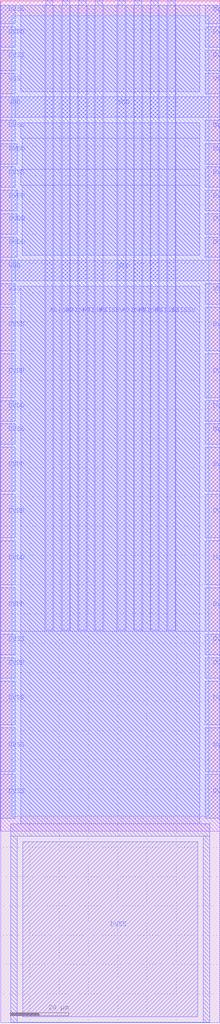
<source format=lef>
VERSION 5.7 ;
  NOWIREEXTENSIONATPIN ON ;
  DIVIDERCHAR "/" ;
  BUSBITCHARS "[]" ;
MACRO gf180mcu_ocd_io__asig_5p0
  CLASS PAD INOUT ;
  FOREIGN gf180mcu_ocd_io__asig_5p0 ;
  ORIGIN 0.000 0.000 ;
  SIZE 75.000 BY 350.000 ;
  SYMMETRY X Y R90 ;
  SITE GF_IO_Site ;
  PIN ASIG5V
    DIRECTION INOUT ;
    USE SIGNAL ;
    ANTENNADIFFAREA 1200.000000 ;
    PORT
      LAYER Metal2 ;
        RECT 15.340 134.370 17.880 350.000 ;
    END
    PORT
      LAYER Metal2 ;
        RECT 21.020 134.370 23.560 350.000 ;
    END
    PORT
      LAYER Metal2 ;
        RECT 26.700 134.370 29.240 350.000 ;
    END
    PORT
      LAYER Metal2 ;
        RECT 32.380 134.370 34.920 350.000 ;
    END
    PORT
      LAYER Metal2 ;
        RECT 40.080 134.370 42.620 350.000 ;
    END
    PORT
      LAYER Metal2 ;
        RECT 45.760 134.370 48.300 350.000 ;
    END
    PORT
      LAYER Metal2 ;
        RECT 51.440 134.370 53.980 350.000 ;
    END
    PORT
      LAYER Metal2 ;
        RECT 57.120 134.370 59.660 350.000 ;
    END
  END ASIG5V
  PIN DVDD
    DIRECTION INOUT ;
    USE POWER ;
    PORT
      LAYER Metal3 ;
        RECT 0.000 334.000 5.000 341.000 ;
    END
    PORT
      LAYER Metal3 ;
        RECT 0.000 294.000 5.570 301.000 ;
    END
    PORT
      LAYER Metal3 ;
        RECT 0.000 278.000 5.570 285.000 ;
    END
    PORT
      LAYER Metal3 ;
        RECT 0.000 270.000 5.570 277.000 ;
    END
    PORT
      LAYER Metal3 ;
        RECT 0.000 262.000 5.570 269.000 ;
    END
    PORT
      LAYER Metal3 ;
        RECT 0.000 214.000 5.000 229.000 ;
    END
    PORT
      LAYER Metal3 ;
        RECT 0.000 206.000 5.000 213.000 ;
    END
    PORT
      LAYER Metal3 ;
        RECT 0.000 182.000 5.000 197.000 ;
    END
    PORT
      LAYER Metal3 ;
        RECT 0.000 166.000 5.000 181.000 ;
    END
    PORT
      LAYER Metal3 ;
        RECT 0.000 150.000 5.000 165.000 ;
    END
    PORT
      LAYER Metal3 ;
        RECT 0.000 134.000 5.000 149.000 ;
    END
    PORT
      LAYER Metal3 ;
        RECT 0.000 118.000 5.000 125.000 ;
    END
    PORT
      LAYER Metal3 ;
        RECT 70.000 334.000 75.000 341.000 ;
    END
    PORT
      LAYER Metal3 ;
        RECT 70.000 294.000 75.000 301.000 ;
    END
    PORT
      LAYER Metal3 ;
        RECT 70.000 278.000 75.000 285.000 ;
    END
    PORT
      LAYER Metal3 ;
        RECT 70.000 270.000 75.000 277.000 ;
    END
    PORT
      LAYER Metal3 ;
        RECT 70.000 262.000 75.000 269.000 ;
    END
    PORT
      LAYER Metal3 ;
        RECT 70.000 214.000 75.000 229.000 ;
    END
    PORT
      LAYER Metal3 ;
        RECT 70.000 206.000 75.000 213.000 ;
    END
    PORT
      LAYER Metal3 ;
        RECT 70.000 182.000 75.000 197.000 ;
    END
    PORT
      LAYER Metal3 ;
        RECT 70.000 166.000 75.000 181.000 ;
    END
    PORT
      LAYER Metal3 ;
        RECT 70.000 150.000 75.000 165.000 ;
    END
    PORT
      LAYER Metal3 ;
        RECT 70.000 134.000 75.000 149.000 ;
    END
    PORT
      LAYER Metal3 ;
        RECT 70.000 118.000 75.000 125.000 ;
    END
  END DVDD
  PIN DVSS
    DIRECTION INOUT ;
    USE GROUND ;
    PORT
      LAYER Metal3 ;
        RECT 7.500 2.000 67.500 62.000 ;
    END
    PORT
      LAYER Metal3 ;
        RECT 0.000 86.000 5.000 101.000 ;
    END
    PORT
      LAYER Metal3 ;
        RECT 0.000 326.000 5.000 333.000 ;
    END
    PORT
      LAYER Metal3 ;
        RECT 0.000 342.000 5.000 348.390 ;
    END
    PORT
      LAYER Metal3 ;
        RECT 0.000 230.000 5.000 245.000 ;
    END
    PORT
      LAYER Metal3 ;
        RECT 0.000 286.000 5.000 293.000 ;
    END
    PORT
      LAYER Metal3 ;
        RECT 0.000 302.000 5.000 309.000 ;
    END
    PORT
      LAYER Metal3 ;
        RECT 0.000 198.000 5.000 205.000 ;
    END
    PORT
      LAYER Metal3 ;
        RECT 0.000 102.000 5.000 117.000 ;
    END
    PORT
      LAYER Metal3 ;
        RECT 0.000 126.000 5.000 133.000 ;
    END
    PORT
      LAYER Metal3 ;
        RECT 0.000 70.000 5.000 85.000 ;
    END
    PORT
      LAYER Metal3 ;
        RECT 70.000 86.000 75.000 101.000 ;
    END
    PORT
      LAYER Metal3 ;
        RECT 70.000 326.000 75.000 333.000 ;
    END
    PORT
      LAYER Metal3 ;
        RECT 70.000 342.000 75.000 348.390 ;
    END
    PORT
      LAYER Metal3 ;
        RECT 70.000 230.000 75.000 245.000 ;
    END
    PORT
      LAYER Metal3 ;
        RECT 70.000 286.000 75.000 293.000 ;
    END
    PORT
      LAYER Metal3 ;
        RECT 70.000 302.000 75.000 309.000 ;
    END
    PORT
      LAYER Metal3 ;
        RECT 70.000 198.000 75.000 205.000 ;
    END
    PORT
      LAYER Metal3 ;
        RECT 70.000 102.000 75.000 117.000 ;
    END
    PORT
      LAYER Metal3 ;
        RECT 70.000 126.000 75.000 133.000 ;
    END
    PORT
      LAYER Metal3 ;
        RECT 70.000 70.000 75.000 85.000 ;
    END
  END DVSS
  PIN VDD
    DIRECTION INOUT ;
    USE POWER ;
    PORT
      LAYER Metal3 ;
        RECT 0.000 310.000 5.000 317.000 ;
    END
    PORT
      LAYER Metal3 ;
        RECT 0.000 254.000 5.000 261.000 ;
    END
    PORT
      LAYER Metal3 ;
        RECT 5.000 310.000 75.000 317.000 ;
    END
    PORT
      LAYER Metal3 ;
        RECT 5.000 254.000 75.000 261.000 ;
    END
  END VDD
  PIN VSS
    DIRECTION INOUT ;
    USE GROUND ;
    PORT
      LAYER Metal3 ;
        RECT 0.000 318.000 5.000 325.000 ;
    END
    PORT
      LAYER Metal3 ;
        RECT 0.000 246.000 5.000 253.000 ;
    END
    PORT
      LAYER Metal3 ;
        RECT 70.000 318.000 75.000 325.000 ;
    END
    PORT
      LAYER Metal3 ;
        RECT 70.000 246.000 75.000 253.000 ;
    END
  END VSS
  OBS
      LAYER Nwell ;
        RECT 3.790 70.755 71.210 344.755 ;
      LAYER Metal1 ;
        RECT -0.160 65.540 75.160 349.785 ;
      LAYER Metal2 ;
        RECT 0.000 134.070 15.040 348.390 ;
        RECT 18.180 134.070 20.720 348.390 ;
        RECT 23.860 134.070 26.400 348.390 ;
        RECT 29.540 134.070 32.080 348.390 ;
        RECT 35.220 134.070 39.780 348.390 ;
        RECT 42.920 134.070 45.460 348.390 ;
        RECT 48.600 134.070 51.140 348.390 ;
        RECT 54.280 134.070 56.820 348.390 ;
        RECT 59.960 134.070 75.000 348.390 ;
        RECT 0.000 0.000 75.000 134.070 ;
      LAYER Metal3 ;
        RECT 6.800 318.800 68.200 348.390 ;
        RECT 6.800 302.800 68.200 308.200 ;
        RECT 7.370 292.200 68.200 302.800 ;
        RECT 6.800 286.800 68.200 292.200 ;
        RECT 7.370 262.800 68.200 286.800 ;
        RECT 6.800 68.200 68.200 252.200 ;
        RECT 3.500 63.800 71.500 68.200 ;
        RECT 3.500 0.200 5.700 63.800 ;
        RECT 69.300 0.200 71.500 63.800 ;
        RECT 3.500 0.000 71.500 0.200 ;
  END
END gf180mcu_ocd_io__asig_5p0
END LIBRARY


</source>
